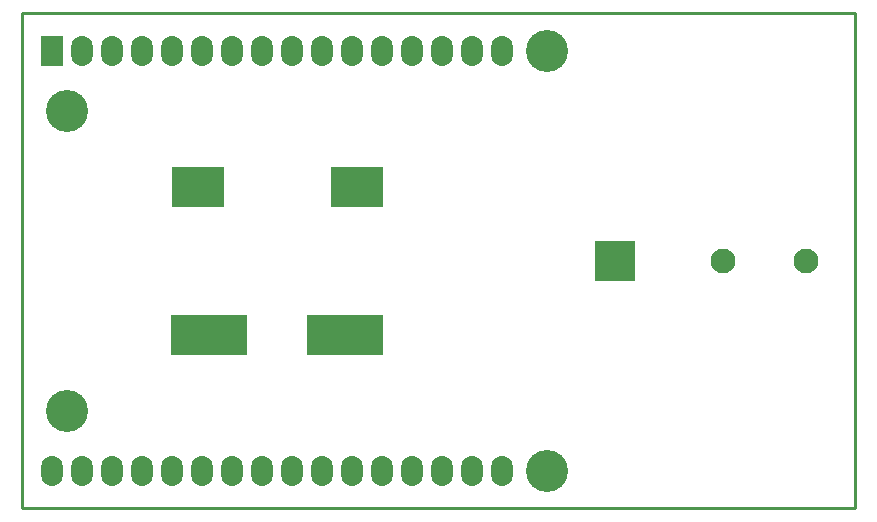
<source format=gts>
%TF.GenerationSoftware,KiCad,Pcbnew,no-vcs-found-72d4889~60~ubuntu16.04.1*%
%TF.CreationDate,2017-10-19T13:37:08-04:00*%
%TF.ProjectId,audio_controller_3x2,617564696F5F636F6E74726F6C6C6572,1.2*%
%TF.SameCoordinates,Original*%
%TF.FileFunction,Soldermask,Top*%
%TF.FilePolarity,Negative*%
%FSLAX46Y46*%
G04 Gerber Fmt 4.6, Leading zero omitted, Abs format (unit mm)*
G04 Created by KiCad (PCBNEW no-vcs-found-72d4889~60~ubuntu16.04.1) date Thu Oct 19 13:37:08 2017*
%MOMM*%
%LPD*%
G01*
G04 APERTURE LIST*
%ADD10C,0.228600*%
%ADD11R,6.500000X3.500000*%
%ADD12R,4.500000X3.500000*%
%ADD13C,3.556000*%
%ADD14O,1.854200X2.540000*%
%ADD15R,1.854200X2.540000*%
%ADD16R,3.475000X3.475000*%
%ADD17C,2.100000*%
G04 APERTURE END LIST*
D10*
X156210000Y-67945000D02*
X85725000Y-67945000D01*
X156210000Y-109855000D02*
X156210000Y-67945000D01*
X85725000Y-109855000D02*
X156210000Y-109855000D01*
X85725000Y-67945000D02*
X85725000Y-109855000D01*
D11*
%TO.C,SP1*%
X101565000Y-95150000D03*
X113065000Y-95150000D03*
D12*
X100565000Y-82650000D03*
X114065000Y-82650000D03*
%TD*%
D13*
%TO.C,MDB1*%
X130175000Y-71120000D03*
X130175000Y-106680000D03*
X89535000Y-101600000D03*
X89535000Y-76200000D03*
D14*
X88265000Y-106680000D03*
X90805000Y-106680000D03*
X93345000Y-106680000D03*
X95885000Y-106680000D03*
X98425000Y-106680000D03*
X100965000Y-106680000D03*
X103505000Y-106680000D03*
X106045000Y-106680000D03*
X108585000Y-106680000D03*
X111125000Y-106680000D03*
X113665000Y-106680000D03*
X116205000Y-106680000D03*
X118745000Y-106680000D03*
X121285000Y-106680000D03*
X123825000Y-106680000D03*
X126365000Y-106680000D03*
X126365000Y-71120000D03*
X123825000Y-71120000D03*
X121285000Y-71120000D03*
X118745000Y-71120000D03*
X116205000Y-71120000D03*
X113665000Y-71120000D03*
X111125000Y-71120000D03*
X108585000Y-71120000D03*
X106045000Y-71120000D03*
X103505000Y-71120000D03*
X100965000Y-71120000D03*
X98425000Y-71120000D03*
X95885000Y-71120000D03*
D15*
X88265000Y-71120000D03*
D14*
X93345000Y-71120000D03*
X90805000Y-71120000D03*
%TD*%
D16*
%TO.C,U1*%
X135890000Y-88900000D03*
%TD*%
D17*
%TO.C,J1*%
X145075000Y-88900000D03*
X152075000Y-88900000D03*
%TD*%
M02*

</source>
